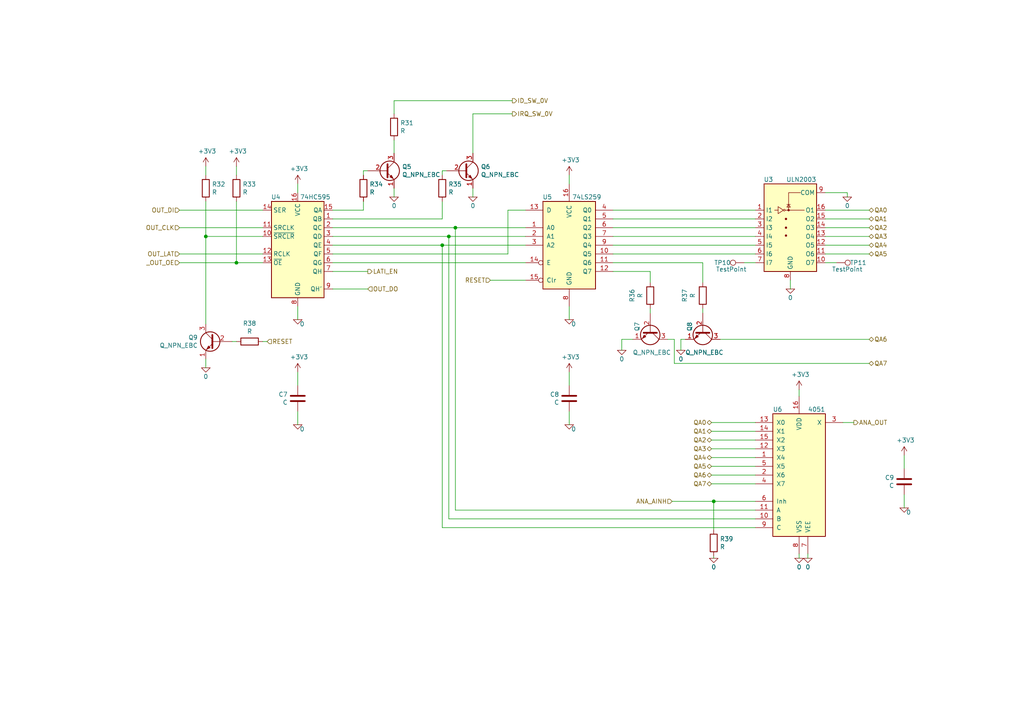
<source format=kicad_sch>
(kicad_sch (version 20211123) (generator eeschema)
  (paper "A4")
  (lib_symbols
    (symbol "4xxx:4051" (pin_names (offset 1.016))
      (property "Reference" "U" (at -7.62 19.05 0))
      (property "Value" "4051" (at -7.62 -19.05 0))
      (symbol "4051_1_0"
        (pin passive line (at -12.7 5.08 0) (length 5.08) (name "X4") (number "1"))
        (pin input line (at -12.7 -12.7 0) (length 5.08) (name "B") (number "10"))
        (pin input line (at -12.7 -10.16 0) (length 5.08) (name "A") (number "11"))
        (pin passive line (at -12.7 7.62 0) (length 5.08) (name "X3") (number "12"))
        (pin passive line (at -12.7 15.24 0) (length 5.08) (name "X0") (number "13"))
        (pin passive line (at -12.7 12.7 0) (length 5.08) (name "X1") (number "14"))
        (pin passive line (at -12.7 10.16 0) (length 5.08) (name "X2") (number "15"))
        (pin power_in line (at 0 22.86 270) (length 5.08) (name "VDD") (number "16"))
        (pin passive line (at -12.7 0 0) (length 5.08) (name "X6") (number "2"))
        (pin passive line (at 12.7 15.24 180) (length 5.08) (name "X") (number "3"))
        (pin passive line (at -12.7 -2.54 0) (length 5.08) (name "X7") (number "4"))
        (pin passive line (at -12.7 2.54 0) (length 5.08) (name "X5") (number "5"))
        (pin input line (at -12.7 -7.62 0) (length 5.08) (name "Inh") (number "6"))
        (pin power_in line (at 2.54 -22.86 90) (length 5.08) (name "VEE") (number "7"))
        (pin power_in line (at 0 -22.86 90) (length 5.08) (name "VSS") (number "8"))
        (pin input line (at -12.7 -15.24 0) (length 5.08) (name "C") (number "9"))
      )
      (symbol "4051_1_1"
        (rectangle (start -7.62 17.78) (end 7.62 -17.78) (stroke (width 0.254)) (fill (type background)))
      )
    )
    (symbol "74xx:74HC595"
      (property "Reference" "U" (at -7.62 13.97 0))
      (property "Value" "74HC595" (at -7.62 -16.51 0))
      (symbol "74HC595_1_0"
        (pin tri_state line (at 10.16 7.62 180) (length 2.54) (name "QB") (number "1"))
        (pin input line (at -10.16 2.54 0) (length 2.54) (name "~{SRCLR}") (number "10"))
        (pin input line (at -10.16 5.08 0) (length 2.54) (name "SRCLK") (number "11"))
        (pin input line (at -10.16 -2.54 0) (length 2.54) (name "RCLK") (number "12"))
        (pin input line (at -10.16 -5.08 0) (length 2.54) (name "~{OE}") (number "13"))
        (pin input line (at -10.16 10.16 0) (length 2.54) (name "SER") (number "14"))
        (pin tri_state line (at 10.16 10.16 180) (length 2.54) (name "QA") (number "15"))
        (pin power_in line (at 0 15.24 270) (length 2.54) (name "VCC") (number "16"))
        (pin tri_state line (at 10.16 5.08 180) (length 2.54) (name "QC") (number "2"))
        (pin tri_state line (at 10.16 2.54 180) (length 2.54) (name "QD") (number "3"))
        (pin tri_state line (at 10.16 0 180) (length 2.54) (name "QE") (number "4"))
        (pin tri_state line (at 10.16 -2.54 180) (length 2.54) (name "QF") (number "5"))
        (pin tri_state line (at 10.16 -5.08 180) (length 2.54) (name "QG") (number "6"))
        (pin tri_state line (at 10.16 -7.62 180) (length 2.54) (name "QH") (number "7"))
        (pin power_in line (at 0 -17.78 90) (length 2.54) (name "GND") (number "8"))
        (pin output line (at 10.16 -12.7 180) (length 2.54) (name "QH'") (number "9"))
      )
      (symbol "74HC595_1_1"
        (rectangle (start -7.62 12.7) (end 7.62 -15.24) (stroke (width 0.254)) (fill (type background)))
      )
    )
    (symbol "74xx:74LS259" (pin_names (offset 1.016))
      (property "Reference" "U" (at -7.62 13.97 0))
      (property "Value" "74LS259" (at -7.62 -13.97 0))
      (symbol "74LS259_1_0"
        (pin input line (at -12.7 5.08 0) (length 5.08) (name "A0") (number "1"))
        (pin output line (at 12.7 -2.54 180) (length 5.08) (name "Q5") (number "10"))
        (pin output line (at 12.7 -5.08 180) (length 5.08) (name "Q6") (number "11"))
        (pin output line (at 12.7 -7.62 180) (length 5.08) (name "Q7") (number "12"))
        (pin input line (at -12.7 10.16 0) (length 5.08) (name "D") (number "13"))
        (pin input inverted (at -12.7 -5.08 0) (length 5.08) (name "E") (number "14"))
        (pin input inverted (at -12.7 -10.16 0) (length 5.08) (name "Clr") (number "15"))
        (pin power_in line (at 0 17.78 270) (length 5.08) (name "VCC") (number "16"))
        (pin input line (at -12.7 2.54 0) (length 5.08) (name "A1") (number "2"))
        (pin input line (at -12.7 0 0) (length 5.08) (name "A2") (number "3"))
        (pin output line (at 12.7 10.16 180) (length 5.08) (name "Q0") (number "4"))
        (pin output line (at 12.7 7.62 180) (length 5.08) (name "Q1") (number "5"))
        (pin output line (at 12.7 5.08 180) (length 5.08) (name "Q2") (number "6"))
        (pin output line (at 12.7 2.54 180) (length 5.08) (name "Q3") (number "7"))
        (pin power_in line (at 0 -17.78 90) (length 5.08) (name "GND") (number "8"))
        (pin output line (at 12.7 0 180) (length 5.08) (name "Q4") (number "9"))
      )
      (symbol "74LS259_1_1"
        (rectangle (start -7.62 12.7) (end 7.62 -12.7) (stroke (width 0.254)) (fill (type background)))
      )
    )
    (symbol "Connector:TestPoint" (pin_numbers hide) (pin_names (offset 0.762) hide)
      (property "Reference" "TP" (at 0 6.858 0))
      (property "Value" "TestPoint" (at 0 5.08 0))
      (symbol "TestPoint_0_1"
        (circle (center 0 3.302) (radius 0.762))
      )
      (symbol "TestPoint_1_1"
        (pin passive line (at 0 0 90) (length 2.54) (name "1") (number "1"))
      )
    )
    (symbol "Device:C" (pin_numbers hide) (pin_names (offset 0.254))
      (property "Reference" "C" (at 0.635 2.54 0))
      (property "Value" "C" (at 0.635 -2.54 0))
      (symbol "C_0_1"
        (polyline (pts (xy -2.032 -0.762) (xy 2.032 -0.762)) (stroke (width 0.508)))
        (polyline (pts (xy -2.032 0.762) (xy 2.032 0.762)) (stroke (width 0.508)))
      )
      (symbol "C_1_1"
        (pin passive line (at 0 3.81 270) (length 2.794) (name "~") (number "1"))
        (pin passive line (at 0 -3.81 90) (length 2.794) (name "~") (number "2"))
      )
    )
    (symbol "Device:Q_NPN_EBC" (pin_names (offset 0) hide)
      (property "Reference" "Q" (at 5.08 1.27 0))
      (property "Value" "Q_NPN_EBC" (at 5.08 -1.27 0))
      (symbol "Q_NPN_EBC_0_1"
        (polyline (pts (xy 0.635 0.635) (xy 2.54 2.54)))
        (polyline (pts (xy 0.635 -0.635) (xy 2.54 -2.54) (xy 2.54 -2.54)))
        (polyline (pts (xy 0.635 1.905) (xy 0.635 -1.905) (xy 0.635 -1.905)) (stroke (width 0.508)))
        (polyline (pts (xy 1.27 -1.778) (xy 1.778 -1.27) (xy 2.286 -2.286) (xy 1.27 -1.778) (xy 1.27 -1.778)) (fill (type outline)))
        (circle (center 1.27 0) (radius 2.8194) (stroke (width 0.254)))
      )
      (symbol "Q_NPN_EBC_1_1"
        (pin passive line (at 2.54 -5.08 90) (length 2.54) (name "E") (number "1"))
        (pin passive line (at -5.08 0 0) (length 5.715) (name "B") (number "2"))
        (pin passive line (at 2.54 5.08 270) (length 2.54) (name "C") (number "3"))
      )
    )
    (symbol "Device:R" (pin_numbers hide) (pin_names (offset 0))
      (property "Reference" "R" (at 2.032 0 90))
      (property "Value" "R" (at 0 0 90))
      (symbol "R_0_1"
        (rectangle (start -1.016 -2.54) (end 1.016 2.54) (stroke (width 0.254)))
      )
      (symbol "R_1_1"
        (pin passive line (at 0 3.81 270) (length 1.27) (name "~") (number "1"))
        (pin passive line (at 0 -3.81 90) (length 1.27) (name "~") (number "2"))
      )
    )
    (symbol "Transistor_Array:ULN2003"
      (property "Reference" "U" (at 0 15.875 0))
      (property "Value" "ULN2003" (at 0 13.97 0))
      (symbol "ULN2003_0_1"
        (rectangle (start -7.62 -12.7) (end 7.62 12.7) (stroke (width 0.254)) (fill (type background)))
        (circle (center -1.778 5.08) (radius 0.254))
        (circle (center -1.27 -2.286) (radius 0.254) (fill (type outline)))
        (circle (center -1.27 0) (radius 0.254) (fill (type outline)))
        (circle (center -1.27 2.54) (radius 0.254) (fill (type outline)))
        (circle (center -0.508 5.08) (radius 0.254) (fill (type outline)))
        (polyline (pts (xy -4.572 5.08) (xy -3.556 5.08)))
        (polyline (pts (xy -1.524 5.08) (xy 4.064 5.08)))
        (polyline (pts (xy 0 6.731) (xy -1.016 6.731)))
        (polyline (pts (xy -0.508 5.08) (xy -0.508 10.16) (xy 2.921 10.16)))
        (polyline (pts (xy -3.556 6.096) (xy -3.556 4.064) (xy -2.032 5.08) (xy -3.556 6.096)))
        (polyline (pts (xy 0 5.969) (xy -1.016 5.969) (xy -0.508 6.731) (xy 0 5.969)))
      )
      (symbol "ULN2003_1_1"
        (pin input line (at -10.16 5.08 0) (length 2.54) (name "I1") (number "1"))
        (pin open_collector line (at 10.16 -10.16 180) (length 2.54) (name "O7") (number "10"))
        (pin open_collector line (at 10.16 -7.62 180) (length 2.54) (name "O6") (number "11"))
        (pin open_collector line (at 10.16 -5.08 180) (length 2.54) (name "O5") (number "12"))
        (pin open_collector line (at 10.16 -2.54 180) (length 2.54) (name "O4") (number "13"))
        (pin open_collector line (at 10.16 0 180) (length 2.54) (name "O3") (number "14"))
        (pin open_collector line (at 10.16 2.54 180) (length 2.54) (name "O2") (number "15"))
        (pin open_collector line (at 10.16 5.08 180) (length 2.54) (name "O1") (number "16"))
        (pin input line (at -10.16 2.54 0) (length 2.54) (name "I2") (number "2"))
        (pin input line (at -10.16 0 0) (length 2.54) (name "I3") (number "3"))
        (pin input line (at -10.16 -2.54 0) (length 2.54) (name "I4") (number "4"))
        (pin input line (at -10.16 -5.08 0) (length 2.54) (name "I5") (number "5"))
        (pin input line (at -10.16 -7.62 0) (length 2.54) (name "I6") (number "6"))
        (pin input line (at -10.16 -10.16 0) (length 2.54) (name "I7") (number "7"))
        (pin power_in line (at 0 -15.24 90) (length 2.54) (name "GND") (number "8"))
        (pin passive line (at 10.16 10.16 180) (length 2.54) (name "COM") (number "9"))
      )
    )
    (symbol "power:+3V3" (power) (pin_names (offset 0))
      (property "Value" "+3V3" (at 0 3.556 0))
      (symbol "+3V3_0_1"
        (polyline (pts (xy -0.762 1.27) (xy 0 2.54)))
        (polyline (pts (xy 0 0) (xy 0 2.54)))
        (polyline (pts (xy 0 2.54) (xy 0.762 1.27)))
      )
      (symbol "+3V3_1_1"
        (pin power_in line (at 0 0 90) (length 0) hide (name "+3V3") (number "1"))
      )
    )
    (symbol "pspice:0" (power) (pin_names (offset 0))
      (property "Value" "0" (at 0 -1.778 0))
      (symbol "0_0_1"
        (polyline (pts (xy -1.27 0) (xy 0 -1.27) (xy 1.27 0) (xy -1.27 0)))
      )
      (symbol "0_1_1"
        (pin power_in line (at 0 0 0) (length 0) hide (name "0") (number "1"))
      )
    )
  )
  (junction (at 128.27 71.12))
  (junction (at 132.08 66.04))
  (junction (at 207.01 145.415))
  (junction (at 59.69 68.58))
  (junction (at 68.58 76.2))
  (junction (at 130.175 68.58))
  (wire (pts (xy 208.915 98.425) (xy 252.095 98.425)))
  (wire (pts (xy 59.69 48.26) (xy 59.69 50.8)))
  (wire (pts (xy 129.54 49.53) (xy 128.27 49.53)))
  (wire (pts (xy 152.4 71.12) (xy 128.27 71.12)))
  (wire (pts (xy 132.08 66.04) (xy 132.08 147.955)))
  (wire (pts (xy 219.075 122.555) (xy 206.375 122.555)))
  (wire (pts (xy 215.9 76.2) (xy 219.075 76.2)))
  (wire (pts (xy 239.395 73.66) (xy 252.095 73.66)))
  (wire (pts (xy 219.075 125.095) (xy 206.375 125.095)))
  (wire (pts (xy 177.8 73.66) (xy 219.075 73.66)))
  (wire (pts (xy 188.595 89.535) (xy 188.595 90.805)))
  (wire (pts (xy 96.52 68.58) (xy 130.175 68.58)))
  (wire (pts (xy 68.58 76.2) (xy 76.2 76.2)))
  (wire (pts (xy 177.8 71.12) (xy 219.075 71.12)))
  (wire (pts (xy 177.8 76.2) (xy 203.835 76.2)))
  (wire (pts (xy 59.69 106.68) (xy 59.69 104.14)))
  (wire (pts (xy 193.675 98.425) (xy 195.58 98.425)))
  (wire (pts (xy 188.595 78.74) (xy 188.595 81.915)))
  (wire (pts (xy 96.52 76.2) (xy 152.4 76.2)))
  (wire (pts (xy 132.08 147.955) (xy 219.075 147.955)))
  (wire (pts (xy 197.485 98.425) (xy 197.485 101.6)))
  (wire (pts (xy 137.16 57.15) (xy 137.16 54.61)))
  (wire (pts (xy 239.395 63.5) (xy 252.095 63.5)))
  (wire (pts (xy 219.075 127.635) (xy 206.375 127.635)))
  (wire (pts (xy 194.945 145.415) (xy 207.01 145.415)))
  (wire (pts (xy 203.835 81.915) (xy 203.835 76.2)))
  (wire (pts (xy 86.36 55.88) (xy 86.36 53.34)))
  (wire (pts (xy 219.075 130.175) (xy 206.375 130.175)))
  (wire (pts (xy 68.58 58.42) (xy 68.58 76.2)))
  (wire (pts (xy 68.58 48.26) (xy 68.58 50.8)))
  (wire (pts (xy 180.34 98.425) (xy 183.515 98.425)))
  (wire (pts (xy 114.3 29.21) (xy 148.59 29.21)))
  (wire (pts (xy 177.8 60.96) (xy 219.075 60.96)))
  (wire (pts (xy 86.36 92.71) (xy 86.36 88.9)))
  (wire (pts (xy 96.52 60.96) (xy 105.41 60.96)))
  (wire (pts (xy 239.395 55.88) (xy 245.745 55.88)))
  (wire (pts (xy 114.3 29.21) (xy 114.3 33.02)))
  (wire (pts (xy 197.485 98.425) (xy 198.755 98.425)))
  (wire (pts (xy 219.075 140.335) (xy 206.375 140.335)))
  (wire (pts (xy 128.27 49.53) (xy 128.27 50.8)))
  (wire (pts (xy 165.1 92.71) (xy 165.1 88.9)))
  (wire (pts (xy 96.52 73.66) (xy 147.32 73.66)))
  (wire (pts (xy 177.8 68.58) (xy 219.075 68.58)))
  (wire (pts (xy 177.8 78.74) (xy 188.595 78.74)))
  (wire (pts (xy 128.27 71.12) (xy 128.27 153.035)))
  (wire (pts (xy 132.08 66.04) (xy 96.52 66.04)))
  (wire (pts (xy 105.41 50.8) (xy 105.41 49.53)))
  (wire (pts (xy 148.59 33.02) (xy 137.16 33.02)))
  (wire (pts (xy 219.075 150.495) (xy 130.175 150.495)))
  (wire (pts (xy 114.3 44.45) (xy 114.3 40.64)))
  (wire (pts (xy 96.52 83.82) (xy 106.68 83.82)))
  (wire (pts (xy 147.32 60.96) (xy 152.4 60.96)))
  (wire (pts (xy 68.58 99.06) (xy 67.31 99.06)))
  (wire (pts (xy 142.24 81.28) (xy 152.4 81.28)))
  (wire (pts (xy 105.41 58.42) (xy 105.41 60.96)))
  (wire (pts (xy 247.65 122.555) (xy 244.475 122.555)))
  (wire (pts (xy 262.255 143.51) (xy 262.255 147.32)))
  (wire (pts (xy 130.175 68.58) (xy 152.4 68.58)))
  (wire (pts (xy 52.07 60.96) (xy 76.2 60.96)))
  (wire (pts (xy 128.27 58.42) (xy 128.27 63.5)))
  (wire (pts (xy 59.69 68.58) (xy 76.2 68.58)))
  (wire (pts (xy 219.075 135.255) (xy 206.375 135.255)))
  (wire (pts (xy 239.395 68.58) (xy 252.095 68.58)))
  (wire (pts (xy 59.69 68.58) (xy 59.69 93.98)))
  (wire (pts (xy 165.1 119.38) (xy 165.1 123.19)))
  (wire (pts (xy 165.1 50.8) (xy 165.1 53.34)))
  (wire (pts (xy 177.8 63.5) (xy 219.075 63.5)))
  (wire (pts (xy 229.235 83.82) (xy 229.235 81.28)))
  (wire (pts (xy 130.175 150.495) (xy 130.175 68.58)))
  (wire (pts (xy 86.36 119.38) (xy 86.36 123.19)))
  (wire (pts (xy 105.41 49.53) (xy 106.68 49.53)))
  (wire (pts (xy 52.07 73.66) (xy 76.2 73.66)))
  (wire (pts (xy 195.58 105.41) (xy 252.095 105.41)))
  (wire (pts (xy 239.395 66.04) (xy 252.095 66.04)))
  (wire (pts (xy 76.2 99.06) (xy 77.47 99.06)))
  (wire (pts (xy 128.27 71.12) (xy 96.52 71.12)))
  (wire (pts (xy 52.07 66.04) (xy 76.2 66.04)))
  (wire (pts (xy 239.395 71.12) (xy 252.095 71.12)))
  (wire (pts (xy 219.075 132.715) (xy 206.375 132.715)))
  (wire (pts (xy 245.745 57.15) (xy 245.745 55.88)))
  (wire (pts (xy 239.395 60.96) (xy 252.095 60.96)))
  (wire (pts (xy 207.01 153.67) (xy 207.01 145.415)))
  (wire (pts (xy 114.3 57.15) (xy 114.3 54.61)))
  (wire (pts (xy 147.32 73.66) (xy 147.32 60.96)))
  (wire (pts (xy 128.27 153.035) (xy 219.075 153.035)))
  (wire (pts (xy 152.4 66.04) (xy 132.08 66.04)))
  (wire (pts (xy 195.58 98.425) (xy 195.58 105.41)))
  (wire (pts (xy 106.68 78.74) (xy 96.52 78.74)))
  (wire (pts (xy 207.01 161.925) (xy 207.01 161.29)))
  (wire (pts (xy 177.8 66.04) (xy 219.075 66.04)))
  (wire (pts (xy 59.69 58.42) (xy 59.69 68.58)))
  (wire (pts (xy 207.01 145.415) (xy 219.075 145.415)))
  (wire (pts (xy 165.1 111.76) (xy 165.1 107.95)))
  (wire (pts (xy 96.52 63.5) (xy 128.27 63.5)))
  (wire (pts (xy 203.835 89.535) (xy 203.835 90.805)))
  (wire (pts (xy 231.775 113.03) (xy 231.775 114.935)))
  (wire (pts (xy 219.075 137.795) (xy 206.375 137.795)))
  (wire (pts (xy 86.36 111.76) (xy 86.36 107.95)))
  (wire (pts (xy 262.255 135.89) (xy 262.255 132.08)))
  (wire (pts (xy 231.775 161.925) (xy 231.775 160.655)))
  (wire (pts (xy 242.57 76.2) (xy 239.395 76.2)))
  (wire (pts (xy 234.315 161.925) (xy 234.315 160.655)))
  (wire (pts (xy 137.16 33.02) (xy 137.16 44.45)))
  (wire (pts (xy 52.07 76.2) (xy 68.58 76.2)))
  (wire (pts (xy 180.34 98.425) (xy 180.34 101.6)))
  (hierarchical_label "QA0" (shape bidirectional) (at 206.375 122.555 180))
  (hierarchical_label "QA0" (shape bidirectional) (at 252.095 60.96 0))
  (hierarchical_label "QA1" (shape bidirectional) (at 252.095 63.5 0))
  (hierarchical_label "QA5" (shape bidirectional) (at 252.095 73.66 0))
  (hierarchical_label "QA6" (shape bidirectional) (at 252.095 98.425 0))
  (hierarchical_label "OUT_CLK" (shape input) (at 52.07 66.04 180))
  (hierarchical_label "QA3" (shape bidirectional) (at 252.095 68.58 0))
  (hierarchical_label "QA3" (shape bidirectional) (at 206.375 130.175 180))
  (hierarchical_label "QA4" (shape bidirectional) (at 252.095 71.12 0))
  (hierarchical_label "ANA_OUT" (shape output) (at 247.65 122.555 0))
  (hierarchical_label "OUT_LAT" (shape input) (at 52.07 73.66 180))
  (hierarchical_label "LATI_EN" (shape output) (at 106.68 78.74 0))
  (hierarchical_label "QA4" (shape bidirectional) (at 206.375 132.715 180))
  (hierarchical_label "QA7" (shape bidirectional) (at 252.095 105.41 0))
  (hierarchical_label "QA7" (shape bidirectional) (at 206.375 140.335 180))
  (hierarchical_label "OUT_DI" (shape input) (at 52.07 60.96 180))
  (hierarchical_label "_OUT_OE" (shape input) (at 52.07 76.2 180))
  (hierarchical_label "QA2" (shape bidirectional) (at 206.375 127.635 180))
  (hierarchical_label "RESET" (shape input) (at 142.24 81.28 180))
  (hierarchical_label "IRQ_SW_0V" (shape output) (at 148.59 33.02 0))
  (hierarchical_label "OUT_DO" (shape input) (at 106.68 83.82 0))
  (hierarchical_label "RESET" (shape input) (at 77.47 99.06 0))
  (hierarchical_label "QA2" (shape bidirectional) (at 252.095 66.04 0))
  (hierarchical_label "QA6" (shape bidirectional) (at 206.375 137.795 180))
  (hierarchical_label "ANA_AINH" (shape input) (at 194.945 145.415 180))
  (hierarchical_label "QA1" (shape bidirectional) (at 206.375 125.095 180))
  (hierarchical_label "QA5" (shape bidirectional) (at 206.375 135.255 180))
  (hierarchical_label "ID_SW_0V" (shape output) (at 148.59 29.21 0))
  (symbol (lib_id "Device:R") (at 188.595 85.725 0) (mirror y)
    (property "Reference" "R36" (at 183.3372 85.725 90))
    (property "Value" "R" (at 185.6486 85.725 90))
    (property "Footprint" "Resistor_SMD:R_0805_2012Metric_Pad1.20x1.40mm_HandSolder" (effects hide))
  )
  (symbol (lib_id "Device:R") (at 203.835 85.725 0) (mirror y)
    (property "Reference" "R37" (at 198.5772 85.725 90))
    (property "Value" "R" (at 200.8886 85.725 90))
    (property "Footprint" "Resistor_SMD:R_0805_2012Metric_Pad1.20x1.40mm_HandSolder" (effects hide))
  )
  (symbol (lib_id "Device:Q_NPN_EBC") (at 188.595 95.885 270)
    (property "Reference" "Q7" (at 184.785 93.345 0) (effects (justify left)))
    (property "Value" "Q_NPN_EBC" (at 183.515 102.235 90) (effects (justify left)))
    (property "Footprint" "Package_TO_SOT_SMD:SOT-23" (effects hide))
  )
  (symbol (lib_id "pspice:0") (at 245.745 57.15 0)
    (property "Reference" "#GND029" (effects hide))
    (property "Value" "0" (at 245.745 59.69 0))
  )
  (symbol (lib_id "Device:Q_NPN_EBC") (at 203.835 95.885 270)
    (property "Reference" "Q8" (at 200.025 93.345 0) (effects (justify left)))
    (property "Value" "Q_NPN_EBC" (at 198.755 102.235 90) (effects (justify left)))
    (property "Footprint" "Package_TO_SOT_SMD:SOT-23" (effects hide))
  )
  (symbol (lib_id "pspice:0") (at 229.235 83.82 0) (mirror y)
    (property "Reference" "#GND030" (effects hide))
    (property "Value" "0" (at 229.235 86.36 0))
  )
  (symbol (lib_id "Transistor_Array:ULN2003") (at 229.235 66.04 0)
    (property "Reference" "U3" (at 222.885 52.07 0))
    (property "Value" "ULN2003" (at 232.41 52.07 0))
    (property "Footprint" "Package_SO:SOIC-16_3.9x9.9mm_P1.27mm" (effects hide))
    (property "Datasheet" "http://www.ti.com/lit/ds/symlink/uln2003a.pdf" (effects hide))
  )
  (symbol (lib_id "pspice:0") (at 180.34 101.6 0)
    (property "Reference" "#GND033" (effects hide))
    (property "Value" "0" (at 180.34 104.14 0))
  )
  (symbol (lib_id "4xxx:4051") (at 231.775 137.795 0) (unit 1)
    (property "Reference" "U6" (at 224.155 118.745 0) (effects (justify left)))
    (property "Value" "4051" (at 234.315 118.745 0) (effects (justify left)))
    (property "Footprint" "Package_SO:SOIC-16_3.9x9.9mm_P1.27mm" (effects hide))
    (property "Datasheet" "http://www.intersil.com/content/dam/Intersil/documents/cd40/cd4051bms-52bms-53bms.pdf" (effects hide))
  )
  (symbol (lib_id "pspice:0") (at 234.315 161.925 0)
    (property "Reference" "#GND041" (effects hide))
    (property "Value" "0" (at 234.315 164.465 0))
  )
  (symbol (lib_id "pspice:0") (at 231.775 161.925 0)
    (property "Reference" "#GND040" (effects hide))
    (property "Value" "0" (at 231.775 164.465 0))
  )
  (symbol (lib_id "pspice:0") (at 207.01 161.925 0)
    (property "Reference" "#GND039" (effects hide))
    (property "Value" "0" (at 207.01 164.465 0))
  )
  (symbol (lib_id "Device:R") (at 207.01 157.48 0) (unit 1)
    (property "Reference" "R39" (at 208.788 156.3116 0) (effects (justify left)))
    (property "Value" "R" (at 208.788 158.623 0) (effects (justify left)))
    (property "Footprint" "Resistor_SMD:R_0805_2012Metric_Pad1.20x1.40mm_HandSolder" (effects hide))
  )
  (symbol (lib_id "Device:R") (at 68.58 54.61 0) (mirror y) (unit 1)
    (property "Reference" "R33" (at 70.358 53.4416 0) (effects (justify right)))
    (property "Value" "R" (at 70.358 55.753 0) (effects (justify right)))
    (property "Footprint" "Resistor_SMD:R_0805_2012Metric_Pad1.20x1.40mm_HandSolder" (effects hide))
  )
  (symbol (lib_id "power:+3V3") (at 68.58 48.26 0)
    (property "Reference" "#PWR015" (effects hide))
    (property "Value" "+3V3" (at 68.961 43.8658 0))
  )
  (symbol (lib_id "power:+3V3") (at 231.775 113.03 0)
    (property "Reference" "#PWR020" (effects hide))
    (property "Value" "+3V3" (at 232.156 108.6358 0))
  )
  (symbol (lib_id "Connector:TestPoint") (at 215.9 76.2 90) (unit 1)
    (property "Reference" "TP10" (at 209.55 76.2 90))
    (property "Value" "TestPoint" (at 212.09 78.105 90))
    (property "Footprint" "TestPoint:TestPoint_Pad_D2.0mm" (effects hide))
  )
  (symbol (lib_id "Connector:TestPoint") (at 242.57 76.2 270) (unit 1)
    (property "Reference" "TP11" (at 248.92 76.2 90))
    (property "Value" "TestPoint" (at 245.745 78.105 90))
    (property "Footprint" "TestPoint:TestPoint_Pad_D2.0mm" (effects hide))
  )
  (symbol (lib_id "pspice:0") (at 197.485 101.6 0)
    (property "Reference" "#GND034" (effects hide))
    (property "Value" "0" (at 197.485 104.14 0))
  )
  (symbol (lib_id "Device:C") (at 262.255 139.7 0) (mirror x)
    (property "Reference" "C9" (at 259.3594 138.5316 0) (effects (justify right)))
    (property "Value" "C" (at 259.3594 140.843 0) (effects (justify right)))
    (property "Footprint" "Capacitor_SMD:C_0805_2012Metric_Pad1.18x1.45mm_HandSolder" (effects hide))
  )
  (symbol (lib_id "pspice:0") (at 262.255 147.32 0)
    (property "Reference" "#GND038" (effects hide))
    (property "Value" "0" (at 263.525 148.59 0))
  )
  (symbol (lib_id "power:+3V3") (at 262.255 132.08 0)
    (property "Reference" "#PWR021" (effects hide))
    (property "Value" "+3V3" (at 262.636 127.6858 0))
  )
  (symbol (lib_id "74xx:74LS259") (at 165.1 71.12 0) (unit 1)
    (property "Reference" "U5" (at 158.75 57.15 0))
    (property "Value" "74LS259" (at 170.18 57.15 0))
    (property "Footprint" "Package_SO:SOIC-16_3.9x9.9mm_P1.27mm" (effects hide))
    (property "Datasheet" "http://www.ti.com/lit/gpn/sn74LS259" (effects hide))
  )
  (symbol (lib_id "74xx:74HC595") (at 86.36 71.12 0) (unit 1)
    (property "Reference" "U4" (at 80.01 57.15 0))
    (property "Value" "74HC595" (at 91.44 57.15 0))
    (property "Footprint" "Package_SO:SOIC-16_3.9x9.9mm_P1.27mm" (effects hide))
    (property "Datasheet" "http://www.ti.com/lit/ds/symlink/sn74hc595.pdf" (effects hide))
  )
  (symbol (lib_id "Device:R") (at 114.3 36.83 0) (unit 1)
    (property "Reference" "R31" (at 116.078 35.6616 0) (effects (justify left)))
    (property "Value" "R" (at 116.078 37.973 0) (effects (justify left)))
    (property "Footprint" "Resistor_SMD:R_0805_2012Metric_Pad1.20x1.40mm_HandSolder" (effects hide))
  )
  (symbol (lib_id "Device:Q_NPN_EBC") (at 111.76 49.53 0) (unit 1)
    (property "Reference" "Q5" (at 116.6114 48.3616 0) (effects (justify left)))
    (property "Value" "Q_NPN_EBC" (at 116.6114 50.673 0) (effects (justify left)))
    (property "Footprint" "Package_TO_SOT_SMD:SOT-23" (effects hide))
  )
  (symbol (lib_id "pspice:0") (at 114.3 57.15 0) (unit 1)
    (property "Reference" "#GND027" (effects hide))
    (property "Value" "0" (at 114.3 59.69 0))
  )
  (symbol (lib_id "Device:Q_NPN_EBC") (at 134.62 49.53 0) (unit 1)
    (property "Reference" "Q6" (at 139.4714 48.3616 0) (effects (justify left)))
    (property "Value" "Q_NPN_EBC" (at 139.4714 50.673 0) (effects (justify left)))
    (property "Footprint" "Package_TO_SOT_SMD:SOT-23" (effects hide))
  )
  (symbol (lib_id "Device:R") (at 105.41 54.61 180) (unit 1)
    (property "Reference" "R34" (at 107.188 53.4416 0) (effects (justify right)))
    (property "Value" "R" (at 107.188 55.753 0) (effects (justify right)))
    (property "Footprint" "Resistor_SMD:R_0805_2012Metric_Pad1.20x1.40mm_HandSolder" (effects hide))
  )
  (symbol (lib_id "Device:R") (at 128.27 54.61 180) (unit 1)
    (property "Reference" "R35" (at 130.048 53.4416 0) (effects (justify right)))
    (property "Value" "R" (at 130.048 55.753 0) (effects (justify right)))
    (property "Footprint" "Resistor_SMD:R_0805_2012Metric_Pad1.20x1.40mm_HandSolder" (effects hide))
  )
  (symbol (lib_id "pspice:0") (at 137.16 57.15 0) (unit 1)
    (property "Reference" "#GND028" (effects hide))
    (property "Value" "0" (at 137.16 59.69 0))
  )
  (symbol (lib_id "Device:C") (at 86.36 115.57 0) (mirror x)
    (property "Reference" "C7" (at 83.4644 114.4016 0) (effects (justify right)))
    (property "Value" "C" (at 83.4644 116.713 0) (effects (justify right)))
    (property "Footprint" "Capacitor_SMD:C_0805_2012Metric_Pad1.18x1.45mm_HandSolder" (effects hide))
  )
  (symbol (lib_id "pspice:0") (at 86.36 123.19 0)
    (property "Reference" "#GND036" (effects hide))
    (property "Value" "0" (at 87.63 124.46 0))
  )
  (symbol (lib_id "power:+3V3") (at 86.36 107.95 0)
    (property "Reference" "#PWR018" (effects hide))
    (property "Value" "+3V3" (at 86.741 103.5558 0))
  )
  (symbol (lib_id "power:+3V3") (at 86.36 53.34 0)
    (property "Reference" "#PWR017" (effects hide))
    (property "Value" "+3V3" (at 86.741 48.9458 0))
  )
  (symbol (lib_id "power:+3V3") (at 165.1 50.8 0)
    (property "Reference" "#PWR016" (effects hide))
    (property "Value" "+3V3" (at 165.481 46.4058 0))
  )
  (symbol (lib_id "pspice:0") (at 86.36 92.71 0)
    (property "Reference" "#GND031" (effects hide))
    (property "Value" "0" (at 87.63 93.98 0))
  )
  (symbol (lib_id "pspice:0") (at 165.1 92.71 0)
    (property "Reference" "#GND032" (effects hide))
    (property "Value" "0" (at 166.37 93.98 0))
  )
  (symbol (lib_id "Device:C") (at 165.1 115.57 0) (mirror x)
    (property "Reference" "C8" (at 162.2044 114.4016 0) (effects (justify right)))
    (property "Value" "C" (at 162.2044 116.713 0) (effects (justify right)))
    (property "Footprint" "Capacitor_SMD:C_0805_2012Metric_Pad1.18x1.45mm_HandSolder" (effects hide))
  )
  (symbol (lib_id "pspice:0") (at 165.1 123.19 0)
    (property "Reference" "#GND037" (effects hide))
    (property "Value" "0" (at 166.37 124.46 0))
  )
  (symbol (lib_id "power:+3V3") (at 165.1 107.95 0)
    (property "Reference" "#PWR019" (effects hide))
    (property "Value" "+3V3" (at 165.481 103.5558 0))
  )
  (symbol (lib_id "Device:Q_NPN_EBC") (at 62.23 99.06 0) (mirror y) (unit 1)
    (property "Reference" "Q9" (at 57.3786 97.8916 0) (effects (justify left)))
    (property "Value" "Q_NPN_EBC" (at 57.3786 100.203 0) (effects (justify left)))
    (property "Footprint" "Package_TO_SOT_SMD:SOT-23" (effects hide))
  )
  (symbol (lib_id "pspice:0") (at 59.69 106.68 0) (mirror y) (unit 1)
    (property "Reference" "#GND035" (effects hide))
    (property "Value" "0" (at 59.69 109.22 0))
  )
  (symbol (lib_id "Device:R") (at 72.39 99.06 90) (mirror x) (unit 1)
    (property "Reference" "R38" (at 72.39 93.8022 90))
    (property "Value" "R" (at 72.39 96.1136 90))
    (property "Footprint" "Resistor_SMD:R_0805_2012Metric_Pad1.20x1.40mm_HandSolder" (effects hide))
  )
  (symbol (lib_id "Device:R") (at 59.69 54.61 0) (mirror y) (unit 1)
    (property "Reference" "R32" (at 61.468 53.4416 0) (effects (justify right)))
    (property "Value" "R" (at 61.468 55.753 0) (effects (justify right)))
    (property "Footprint" "Resistor_SMD:R_0805_2012Metric_Pad1.20x1.40mm_HandSolder" (effects hide))
  )
  (symbol (lib_id "power:+3V3") (at 59.69 48.26 0)
    (property "Reference" "#PWR014" (effects hide))
    (property "Value" "+3V3" (at 60.071 43.8658 0))
  )
)
</source>
